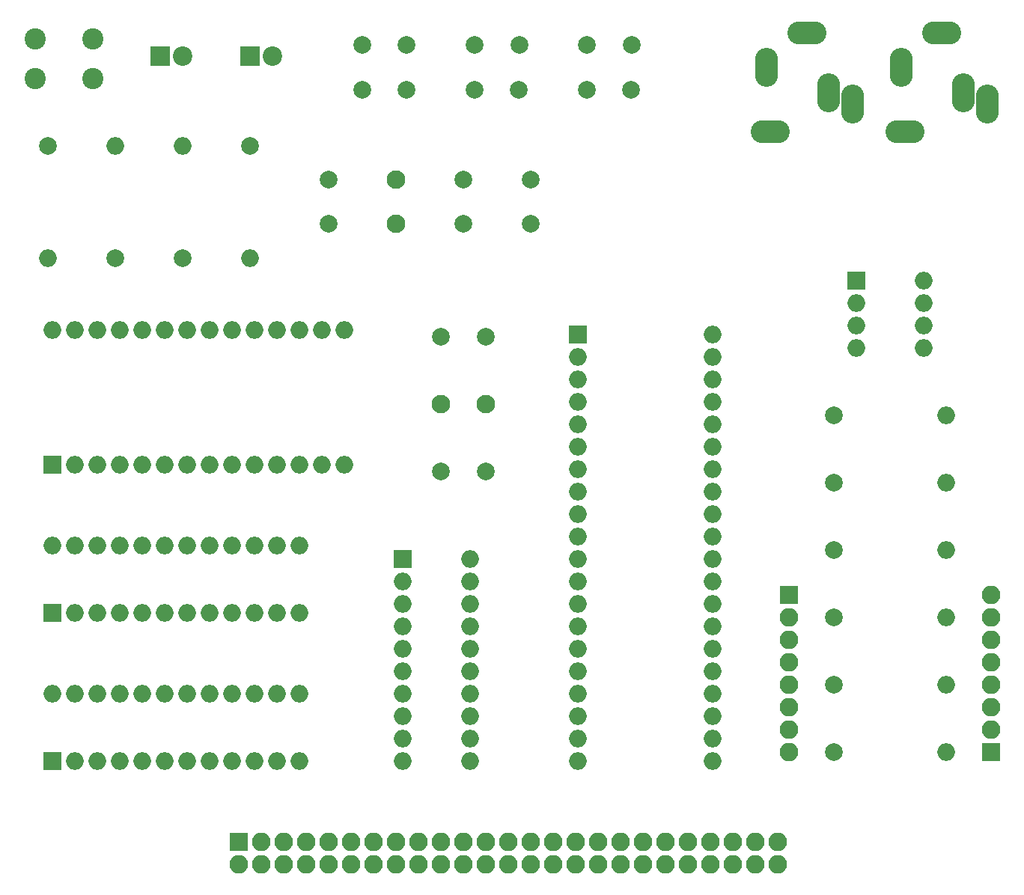
<source format=gts>
G04 #@! TF.FileFunction,Soldermask,Top*
%FSLAX46Y46*%
G04 Gerber Fmt 4.6, Leading zero omitted, Abs format (unit mm)*
G04 Created by KiCad (PCBNEW 4.0.7) date 05/26/18 22:05:49*
%MOMM*%
%LPD*%
G01*
G04 APERTURE LIST*
%ADD10C,0.100000*%
%ADD11C,2.000000*%
%ADD12R,2.100000X2.100000*%
%ADD13O,2.100000X2.100000*%
%ADD14R,2.200000X2.200000*%
%ADD15C,2.200000*%
%ADD16C,2.100000*%
%ADD17O,2.000000X2.000000*%
%ADD18C,2.400000*%
%ADD19R,2.000000X2.000000*%
%ADD20O,2.600000X4.400000*%
%ADD21O,4.400000X2.600000*%
G04 APERTURE END LIST*
D10*
D11*
X105410000Y-77470000D03*
X100410000Y-77470000D03*
X105410000Y-92710000D03*
X100410000Y-92710000D03*
X110490000Y-59690000D03*
X110490000Y-64690000D03*
X104140000Y-49530000D03*
X109140000Y-49530000D03*
X109220000Y-44450000D03*
X104220000Y-44450000D03*
X91440000Y-49530000D03*
X96440000Y-49530000D03*
X121920000Y-44450000D03*
X116920000Y-44450000D03*
X116840000Y-49530000D03*
X121840000Y-49530000D03*
X91440000Y-44450000D03*
X96440000Y-44450000D03*
X87630000Y-59690000D03*
X87630000Y-64690000D03*
X102870000Y-59690000D03*
X102870000Y-64690000D03*
D12*
X77470000Y-134620000D03*
D13*
X77470000Y-137160000D03*
X80010000Y-134620000D03*
X80010000Y-137160000D03*
X82550000Y-134620000D03*
X82550000Y-137160000D03*
X85090000Y-134620000D03*
X85090000Y-137160000D03*
X87630000Y-134620000D03*
X87630000Y-137160000D03*
X90170000Y-134620000D03*
X90170000Y-137160000D03*
X92710000Y-134620000D03*
X92710000Y-137160000D03*
X95250000Y-134620000D03*
X95250000Y-137160000D03*
X97790000Y-134620000D03*
X97790000Y-137160000D03*
X100330000Y-134620000D03*
X100330000Y-137160000D03*
X102870000Y-134620000D03*
X102870000Y-137160000D03*
X105410000Y-134620000D03*
X105410000Y-137160000D03*
X107950000Y-134620000D03*
X107950000Y-137160000D03*
X110490000Y-134620000D03*
X110490000Y-137160000D03*
X113030000Y-134620000D03*
X113030000Y-137160000D03*
X115570000Y-134620000D03*
X115570000Y-137160000D03*
X118110000Y-134620000D03*
X118110000Y-137160000D03*
X120650000Y-134620000D03*
X120650000Y-137160000D03*
X123190000Y-134620000D03*
X123190000Y-137160000D03*
X125730000Y-134620000D03*
X125730000Y-137160000D03*
X128270000Y-134620000D03*
X128270000Y-137160000D03*
X130810000Y-134620000D03*
X130810000Y-137160000D03*
X133350000Y-134620000D03*
X133350000Y-137160000D03*
X135890000Y-134620000D03*
X135890000Y-137160000D03*
X138430000Y-134620000D03*
X138430000Y-137160000D03*
D14*
X68580000Y-45720000D03*
D15*
X71120000Y-45720000D03*
D14*
X78740000Y-45720000D03*
D15*
X81280000Y-45720000D03*
D12*
X139700000Y-106680000D03*
D13*
X139700000Y-109220000D03*
X139700000Y-111760000D03*
X139700000Y-114300000D03*
X139700000Y-116840000D03*
X139700000Y-119380000D03*
X139700000Y-121920000D03*
X139700000Y-124460000D03*
D12*
X162560000Y-124460000D03*
D13*
X162560000Y-121920000D03*
X162560000Y-119380000D03*
X162560000Y-116840000D03*
X162560000Y-114300000D03*
X162560000Y-111760000D03*
X162560000Y-109220000D03*
X162560000Y-106680000D03*
D16*
X105410000Y-85090000D03*
X100410000Y-85090000D03*
X95250000Y-59690000D03*
X95250000Y-64690000D03*
D11*
X71120000Y-68580000D03*
D17*
X71120000Y-55880000D03*
D11*
X63500000Y-68580000D03*
D17*
X63500000Y-55880000D03*
D11*
X55880000Y-55880000D03*
D17*
X55880000Y-68580000D03*
D11*
X78740000Y-55880000D03*
D17*
X78740000Y-68580000D03*
D11*
X144780000Y-116840000D03*
D17*
X157480000Y-116840000D03*
D11*
X144780000Y-124460000D03*
D17*
X157480000Y-124460000D03*
D11*
X144780000Y-93980000D03*
D17*
X157480000Y-93980000D03*
D11*
X144780000Y-86360000D03*
D17*
X157480000Y-86360000D03*
D11*
X144780000Y-109220000D03*
D17*
X157480000Y-109220000D03*
D11*
X144780000Y-101600000D03*
D17*
X157480000Y-101600000D03*
D18*
X60960000Y-43760000D03*
X60960000Y-48260000D03*
X54460000Y-43760000D03*
X54460000Y-48260000D03*
D19*
X56388000Y-125476000D03*
D17*
X84328000Y-117856000D03*
X58928000Y-125476000D03*
X81788000Y-117856000D03*
X61468000Y-125476000D03*
X79248000Y-117856000D03*
X64008000Y-125476000D03*
X76708000Y-117856000D03*
X66548000Y-125476000D03*
X74168000Y-117856000D03*
X69088000Y-125476000D03*
X71628000Y-117856000D03*
X71628000Y-125476000D03*
X69088000Y-117856000D03*
X74168000Y-125476000D03*
X66548000Y-117856000D03*
X76708000Y-125476000D03*
X64008000Y-117856000D03*
X79248000Y-125476000D03*
X61468000Y-117856000D03*
X81788000Y-125476000D03*
X58928000Y-117856000D03*
X84328000Y-125476000D03*
X56388000Y-117856000D03*
D19*
X96012000Y-102616000D03*
D17*
X103632000Y-125476000D03*
X96012000Y-105156000D03*
X103632000Y-122936000D03*
X96012000Y-107696000D03*
X103632000Y-120396000D03*
X96012000Y-110236000D03*
X103632000Y-117856000D03*
X96012000Y-112776000D03*
X103632000Y-115316000D03*
X96012000Y-115316000D03*
X103632000Y-112776000D03*
X96012000Y-117856000D03*
X103632000Y-110236000D03*
X96012000Y-120396000D03*
X103632000Y-107696000D03*
X96012000Y-122936000D03*
X103632000Y-105156000D03*
X96012000Y-125476000D03*
X103632000Y-102616000D03*
D19*
X56388000Y-108712000D03*
D17*
X84328000Y-101092000D03*
X58928000Y-108712000D03*
X81788000Y-101092000D03*
X61468000Y-108712000D03*
X79248000Y-101092000D03*
X64008000Y-108712000D03*
X76708000Y-101092000D03*
X66548000Y-108712000D03*
X74168000Y-101092000D03*
X69088000Y-108712000D03*
X71628000Y-101092000D03*
X71628000Y-108712000D03*
X69088000Y-101092000D03*
X74168000Y-108712000D03*
X66548000Y-101092000D03*
X76708000Y-108712000D03*
X64008000Y-101092000D03*
X79248000Y-108712000D03*
X61468000Y-101092000D03*
X81788000Y-108712000D03*
X58928000Y-101092000D03*
X84328000Y-108712000D03*
X56388000Y-101092000D03*
D19*
X115824000Y-77216000D03*
D17*
X131064000Y-125476000D03*
X115824000Y-79756000D03*
X131064000Y-122936000D03*
X115824000Y-82296000D03*
X131064000Y-120396000D03*
X115824000Y-84836000D03*
X131064000Y-117856000D03*
X115824000Y-87376000D03*
X131064000Y-115316000D03*
X115824000Y-89916000D03*
X131064000Y-112776000D03*
X115824000Y-92456000D03*
X131064000Y-110236000D03*
X115824000Y-94996000D03*
X131064000Y-107696000D03*
X115824000Y-97536000D03*
X131064000Y-105156000D03*
X115824000Y-100076000D03*
X131064000Y-102616000D03*
X115824000Y-102616000D03*
X131064000Y-100076000D03*
X115824000Y-105156000D03*
X131064000Y-97536000D03*
X115824000Y-107696000D03*
X131064000Y-94996000D03*
X115824000Y-110236000D03*
X131064000Y-92456000D03*
X115824000Y-112776000D03*
X131064000Y-89916000D03*
X115824000Y-115316000D03*
X131064000Y-87376000D03*
X115824000Y-117856000D03*
X131064000Y-84836000D03*
X115824000Y-120396000D03*
X131064000Y-82296000D03*
X115824000Y-122936000D03*
X131064000Y-79756000D03*
X115824000Y-125476000D03*
X131064000Y-77216000D03*
D19*
X147320000Y-71120000D03*
D17*
X154940000Y-78740000D03*
X147320000Y-73660000D03*
X154940000Y-76200000D03*
X147320000Y-76200000D03*
X154940000Y-73660000D03*
X147320000Y-78740000D03*
X154940000Y-71120000D03*
D19*
X56388000Y-91948000D03*
D17*
X89408000Y-76708000D03*
X58928000Y-91948000D03*
X86868000Y-76708000D03*
X61468000Y-91948000D03*
X84328000Y-76708000D03*
X64008000Y-91948000D03*
X81788000Y-76708000D03*
X66548000Y-91948000D03*
X79248000Y-76708000D03*
X69088000Y-91948000D03*
X76708000Y-76708000D03*
X71628000Y-91948000D03*
X74168000Y-76708000D03*
X74168000Y-91948000D03*
X71628000Y-76708000D03*
X76708000Y-91948000D03*
X69088000Y-76708000D03*
X79248000Y-91948000D03*
X66548000Y-76708000D03*
X81788000Y-91948000D03*
X64008000Y-76708000D03*
X84328000Y-91948000D03*
X61468000Y-76708000D03*
X86868000Y-91948000D03*
X58928000Y-76708000D03*
X89408000Y-91948000D03*
X56388000Y-76708000D03*
D20*
X137160000Y-46990000D03*
D21*
X137660000Y-54290000D03*
D20*
X144260000Y-49890000D03*
X146960000Y-51090000D03*
D21*
X141760000Y-43090000D03*
D20*
X152400000Y-46990000D03*
D21*
X152900000Y-54290000D03*
D20*
X159500000Y-49890000D03*
X162200000Y-51090000D03*
D21*
X157000000Y-43090000D03*
M02*

</source>
